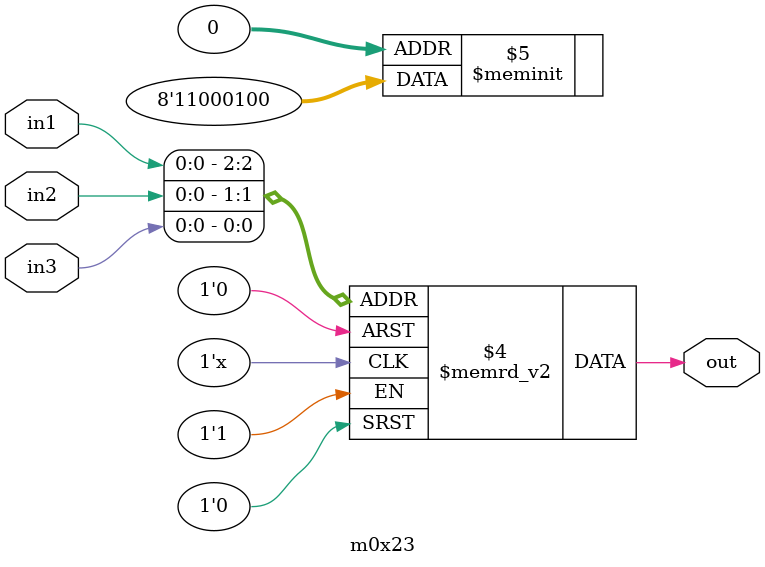
<source format=v>
module m0x23(output out, input in1, in2, in3);

   always @(in1, in2, in3)
     begin
        case({in1, in2, in3})
          3'b000: {out} = 1'b0;
          3'b001: {out} = 1'b0;
          3'b010: {out} = 1'b1;
          3'b011: {out} = 1'b0;
          3'b100: {out} = 1'b0;
          3'b101: {out} = 1'b0;
          3'b110: {out} = 1'b1;
          3'b111: {out} = 1'b1;
        endcase // case ({in1, in2, in3})
     end // always @ (in1, in2, in3)

endmodule // m0x23
</source>
